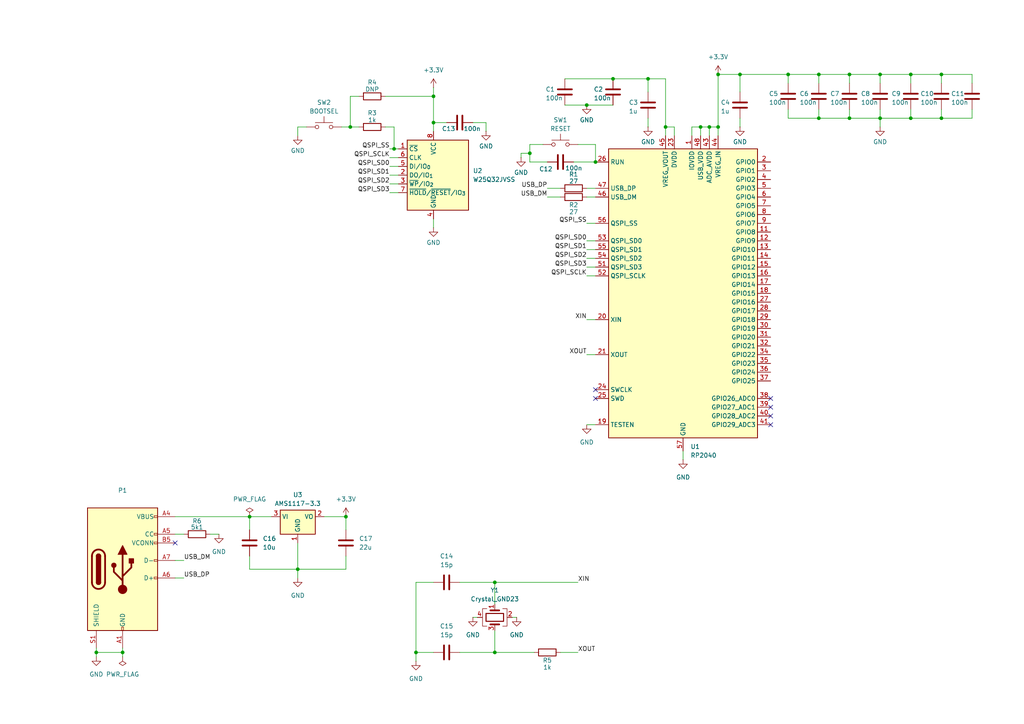
<source format=kicad_sch>
(kicad_sch (version 20250114) (generator "eeschema") (generator_version "9.0")
  (paper "A4")
  (lib_symbols
    (symbol "Connector:USB_C_Plug_USB2.0" (pin_names (offset 1.016))
      (property "Reference" "P" (at -10.16 19.05 0))
      (property "Value" "USB_C_Plug_USB2.0" (at 12.7 19.05 0))
      (symbol "USB_C_Plug_USB2.0_0_0"
        (rectangle (start -0.254 -17.78) (end 0.254 -16.764))
        (rectangle (start 10.16 15.494) (end 9.144 14.986))
        (rectangle (start 10.16 10.414) (end 9.144 9.906))
        (rectangle (start 10.16 7.874) (end 9.144 7.366))
        (rectangle (start 10.16 2.794) (end 9.144 2.286))
        (rectangle (start 10.16 -2.286) (end 9.144 -2.794))
      )
      (symbol "USB_C_Plug_USB2.0_0_1"
        (rectangle (start -10.16 17.78) (end 10.16 -17.78) (stroke (width 0.254)) (fill (type background)))
        (polyline (pts (xy -8.89 -3.81) (xy -8.89 3.81)) (stroke (width 0.508)))
        (rectangle (start -7.62 -3.81) (end -6.35 3.81) (stroke (width 0.254)) (fill (type outline)))
        (arc (start -7.62 3.81) (mid -6.985 4.4423) (end -6.35 3.81) (stroke (width 0.254)))
        (arc (start -7.62 3.81) (mid -6.985 4.4423) (end -6.35 3.81) (stroke (width 0.254)) (fill (type outline)))
        (arc (start -8.89 3.81) (mid -6.985 5.7067) (end -5.08 3.81) (stroke (width 0.508)))
        (arc (start -5.08 -3.81) (mid -6.985 -5.7067) (end -8.89 -3.81) (stroke (width 0.508)))
        (arc (start -6.35 -3.81) (mid -6.985 -4.4423) (end -7.62 -3.81) (stroke (width 0.254)))
        (arc (start -6.35 -3.81) (mid -6.985 -4.4423) (end -7.62 -3.81) (stroke (width 0.254)) (fill (type outline)))
        (polyline (pts (xy -5.08 3.81) (xy -5.08 -3.81)) (stroke (width 0.508)))
        (circle (center -2.54 1.143) (radius 0.635) (stroke (width 0.254)) (fill (type outline)))
        (polyline (pts (xy -1.27 4.318) (xy 0 6.858) (xy 1.27 4.318) (xy -1.27 4.318)) (stroke (width 0.254)) (fill (type outline)))
        (polyline (pts (xy 0 -2.032) (xy 2.54 0.508) (xy 2.54 1.778)) (stroke (width 0.508)))
        (polyline (pts (xy 0 -3.302) (xy -2.54 -0.762) (xy -2.54 0.508)) (stroke (width 0.508)))
        (polyline (pts (xy 0 -5.842) (xy 0 4.318)) (stroke (width 0.508)))
        (circle (center 0 -5.842) (radius 1.27) (fill (type outline)))
        (rectangle (start 1.905 1.778) (end 3.175 3.048) (stroke (width 0.254)) (fill (type outline)))
      )
      (symbol "USB_C_Plug_USB2.0_1_1"
        (pin passive line (at -7.62 -22.86 90) (length 5.08) (name "SHIELD") (number "S1"))
        (pin passive line (at 0 -22.86 90) (length 5.08) (name "GND") (number "A1"))
        (pin passive line (at 0 -22.86 90) (length 5.08) (hide yes) (name "GND") (number "A12"))
        (pin passive line (at 0 -22.86 90) (length 5.08) (hide yes) (name "GND") (number "B1"))
        (pin passive line (at 0 -22.86 90) (length 5.08) (hide yes) (name "GND") (number "B12"))
        (pin passive line (at 15.24 15.24 180) (length 5.08) (name "VBUS") (number "A4"))
        (pin passive line (at 15.24 15.24 180) (length 5.08) (hide yes) (name "VBUS") (number "A9"))
        (pin passive line (at 15.24 15.24 180) (length 5.08) (hide yes) (name "VBUS") (number "B4"))
        (pin passive line (at 15.24 15.24 180) (length 5.08) (hide yes) (name "VBUS") (number "B9"))
        (pin bidirectional line (at 15.24 10.16 180) (length 5.08) (name "CC") (number "A5"))
        (pin bidirectional line (at 15.24 7.62 180) (length 5.08) (name "VCONN") (number "B5"))
        (pin bidirectional line (at 15.24 2.54 180) (length 5.08) (name "D-") (number "A7"))
        (pin bidirectional line (at 15.24 -2.54 180) (length 5.08) (name "D+") (number "A6"))
      )
    )
    (symbol "Device:C" (pin_numbers (hide yes)) (pin_names (offset 0.254))
      (property "Reference" "C" (at 0.635 2.54 0))
      (property "Value" "C" (at 0.635 -2.54 0))
      (symbol "C_0_1"
        (polyline (pts (xy -2.032 0.762) (xy 2.032 0.762)) (stroke (width 0.508)))
        (polyline (pts (xy -2.032 -0.762) (xy 2.032 -0.762)) (stroke (width 0.508)))
      )
      (symbol "C_1_1"
        (pin passive line (at 0 3.81 270) (length 2.794) (name "~") (number "1"))
        (pin passive line (at 0 -3.81 90) (length 2.794) (name "~") (number "2"))
      )
    )
    (symbol "Device:Crystal_GND23" (pin_names (offset 1.016) (hide yes))
      (property "Reference" "Y1" (at 4.9532 -12.7 90))
      (property "Value" "Crystal_GND23" (at 2.4132 -12.7 90))
      (symbol "Crystal_GND23_0_1"
        (polyline (pts (xy -2.54 2.286) (xy -2.54 3.556) (xy 2.54 3.556) (xy 2.54 2.286)))
        (polyline (pts (xy -2.54 0) (xy -2.032 0)))
        (polyline (pts (xy -2.54 -2.286) (xy -2.54 -3.556) (xy 2.54 -3.556) (xy 2.54 -2.286)))
        (polyline (pts (xy -2.032 -1.27) (xy -2.032 1.27)) (stroke (width 0.508)))
        (rectangle (start -1.143 2.54) (end 1.143 -2.54) (stroke (width 0.3048)))
        (polyline (pts (xy 0 3.556) (xy 0 3.81)))
        (polyline (pts (xy 0 -3.81) (xy 0 -3.556)))
        (polyline (pts (xy 2.032 0) (xy 2.54 0)))
        (polyline (pts (xy 2.032 -1.27) (xy 2.032 1.27)) (stroke (width 0.508)))
      )
      (symbol "Crystal_GND23_1_1"
        (pin passive line (at -3.81 0 0) (length 1.27) (name "1") (number "1"))
        (pin passive line (at 0 5.08 270) (length 1.27) (name "2") (number "2"))
        (pin passive line (at 0 -5.08 90) (length 1.27) (name "4") (number "4"))
        (pin passive line (at 3.81 0 180) (length 1.27) (name "3") (number "3"))
      )
    )
    (symbol "Device:R" (pin_numbers (hide yes)) (pin_names (offset 0))
      (property "Reference" "R" (at 2.032 0 90))
      (property "Value" "R" (at 0 0 90))
      (symbol "R_0_1"
        (rectangle (start -1.016 -2.54) (end 1.016 2.54) (stroke (width 0.254)))
      )
      (symbol "R_1_1"
        (pin passive line (at 0 3.81 270) (length 1.27) (name "~") (number "1"))
        (pin passive line (at 0 -3.81 90) (length 1.27) (name "~") (number "2"))
      )
    )
    (symbol "MCU_RaspberryPi:RP2040"
      (property "Reference" "U" (at 17.78 45.72 0))
      (property "Value" "RP2040" (at 17.78 43.18 0))
      (symbol "RP2040_0_1"
        (rectangle (start -21.59 41.91) (end 21.59 -41.91) (stroke (width 0.254)) (fill (type background)))
      )
      (symbol "RP2040_1_1"
        (pin input line (at -25.4 38.1 0) (length 3.81) (name "RUN") (number "26"))
        (pin bidirectional line (at -25.4 30.48 0) (length 3.81) (name "USB_DP") (number "47"))
        (pin bidirectional line (at -25.4 27.94 0) (length 3.81) (name "USB_DM") (number "46"))
        (pin bidirectional line (at -25.4 20.32 0) (length 3.81) (name "QSPI_SS") (number "56"))
        (pin bidirectional line (at -25.4 15.24 0) (length 3.81) (name "QSPI_SD0") (number "53"))
        (pin bidirectional line (at -25.4 12.7 0) (length 3.81) (name "QSPI_SD1") (number "55"))
        (pin bidirectional line (at -25.4 10.16 0) (length 3.81) (name "QSPI_SD2") (number "54"))
        (pin bidirectional line (at -25.4 7.62 0) (length 3.81) (name "QSPI_SD3") (number "51"))
        (pin output line (at -25.4 5.08 0) (length 3.81) (name "QSPI_SCLK") (number "52"))
        (pin input line (at -25.4 -7.62 0) (length 3.81) (name "XIN") (number "20"))
        (pin passive line (at -25.4 -17.78 0) (length 3.81) (name "XOUT") (number "21"))
        (pin input line (at -25.4 -27.94 0) (length 3.81) (name "SWCLK") (number "24"))
        (pin bidirectional line (at -25.4 -30.48 0) (length 3.81) (name "SWD") (number "25"))
        (pin input line (at -25.4 -38.1 0) (length 3.81) (name "TESTEN") (number "19"))
        (pin power_out line (at -5.08 45.72 270) (length 3.81) (name "VREG_VOUT") (number "45"))
        (pin power_in line (at -2.54 45.72 270) (length 3.81) (name "DVDD") (number "23"))
        (pin passive line (at -2.54 45.72 270) (length 3.81) (hide yes) (name "DVDD") (number "50"))
        (pin power_in line (at 0 -45.72 90) (length 3.81) (name "GND") (number "57"))
        (pin power_in line (at 2.54 45.72 270) (length 3.81) (name "IOVDD") (number "1"))
        (pin passive line (at 2.54 45.72 270) (length 3.81) (hide yes) (name "IOVDD") (number "10"))
        (pin passive line (at 2.54 45.72 270) (length 3.81) (hide yes) (name "IOVDD") (number "22"))
        (pin passive line (at 2.54 45.72 270) (length 3.81) (hide yes) (name "IOVDD") (number "33"))
        (pin passive line (at 2.54 45.72 270) (length 3.81) (hide yes) (name "IOVDD") (number "42"))
        (pin passive line (at 2.54 45.72 270) (length 3.81) (hide yes) (name "IOVDD") (number "49"))
        (pin power_in line (at 5.08 45.72 270) (length 3.81) (name "USB_VDD") (number "48"))
        (pin power_in line (at 7.62 45.72 270) (length 3.81) (name "ADC_AVDD") (number "43"))
        (pin power_in line (at 10.16 45.72 270) (length 3.81) (name "VREG_IN") (number "44"))
        (pin bidirectional line (at 25.4 38.1 180) (length 3.81) (name "GPIO0") (number "2"))
        (pin bidirectional line (at 25.4 35.56 180) (length 3.81) (name "GPIO1") (number "3"))
        (pin bidirectional line (at 25.4 33.02 180) (length 3.81) (name "GPIO2") (number "4"))
        (pin bidirectional line (at 25.4 30.48 180) (length 3.81) (name "GPIO3") (number "5"))
        (pin bidirectional line (at 25.4 27.94 180) (length 3.81) (name "GPIO4") (number "6"))
        (pin bidirectional line (at 25.4 25.4 180) (length 3.81) (name "GPIO5") (number "7"))
        (pin bidirectional line (at 25.4 22.86 180) (length 3.81) (name "GPIO6") (number "8"))
        (pin bidirectional line (at 25.4 20.32 180) (length 3.81) (name "GPIO7") (number "9"))
        (pin bidirectional line (at 25.4 17.78 180) (length 3.81) (name "GPIO8") (number "11"))
        (pin bidirectional line (at 25.4 15.24 180) (length 3.81) (name "GPIO9") (number "12"))
        (pin bidirectional line (at 25.4 12.7 180) (length 3.81) (name "GPIO10") (number "13"))
        (pin bidirectional line (at 25.4 10.16 180) (length 3.81) (name "GPIO11") (number "14"))
        (pin bidirectional line (at 25.4 7.62 180) (length 3.81) (name "GPIO12") (number "15"))
        (pin bidirectional line (at 25.4 5.08 180) (length 3.81) (name "GPIO13") (number "16"))
        (pin bidirectional line (at 25.4 2.54 180) (length 3.81) (name "GPIO14") (number "17"))
        (pin bidirectional line (at 25.4 0 180) (length 3.81) (name "GPIO15") (number "18"))
        (pin bidirectional line (at 25.4 -2.54 180) (length 3.81) (name "GPIO16") (number "27"))
        (pin bidirectional line (at 25.4 -5.08 180) (length 3.81) (name "GPIO17") (number "28"))
        (pin bidirectional line (at 25.4 -7.62 180) (length 3.81) (name "GPIO18") (number "29"))
        (pin bidirectional line (at 25.4 -10.16 180) (length 3.81) (name "GPIO19") (number "30"))
        (pin bidirectional line (at 25.4 -12.7 180) (length 3.81) (name "GPIO20") (number "31"))
        (pin bidirectional line (at 25.4 -15.24 180) (length 3.81) (name "GPIO21") (number "32"))
        (pin bidirectional line (at 25.4 -17.78 180) (length 3.81) (name "GPIO22") (number "34"))
        (pin bidirectional line (at 25.4 -20.32 180) (length 3.81) (name "GPIO23") (number "35"))
        (pin bidirectional line (at 25.4 -22.86 180) (length 3.81) (name "GPIO24") (number "36"))
        (pin bidirectional line (at 25.4 -25.4 180) (length 3.81) (name "GPIO25") (number "37"))
        (pin bidirectional line (at 25.4 -30.48 180) (length 3.81) (name "GPIO26_ADC0") (number "38"))
        (pin bidirectional line (at 25.4 -33.02 180) (length 3.81) (name "GPIO27_ADC1") (number "39"))
        (pin bidirectional line (at 25.4 -35.56 180) (length 3.81) (name "GPIO28_ADC2") (number "40"))
        (pin bidirectional line (at 25.4 -38.1 180) (length 3.81) (name "GPIO29_ADC3") (number "41"))
      )
    )
    (symbol "Memory_Flash:W25Q32JVSS"
      (property "Reference" "U" (at -6.35 11.43 0))
      (property "Value" "W25Q32JVSS" (at 7.62 11.43 0))
      (symbol "W25Q32JVSS_0_1"
        (rectangle (start -7.62 10.16) (end 10.16 -10.16) (stroke (width 0.254)) (fill (type background)))
      )
      (symbol "W25Q32JVSS_1_1"
        (pin input line (at -10.16 7.62 0) (length 2.54) (name "~{CS}") (number "1"))
        (pin input line (at -10.16 5.08 0) (length 2.54) (name "CLK") (number "6"))
        (pin bidirectional line (at -10.16 2.54 0) (length 2.54) (name "DI/IO_{0}") (number "5"))
        (pin bidirectional line (at -10.16 0 0) (length 2.54) (name "DO/IO_{1}") (number "2"))
        (pin bidirectional line (at -10.16 -2.54 0) (length 2.54) (name "~{WP}/IO_{2}") (number "3"))
        (pin bidirectional line (at -10.16 -5.08 0) (length 2.54) (name "~{HOLD}/~{RESET}/IO_{3}") (number "7"))
        (pin power_in line (at 0 12.7 270) (length 2.54) (name "VCC") (number "8"))
        (pin power_in line (at 0 -12.7 90) (length 2.54) (name "GND") (number "4"))
      )
    )
    (symbol "Regulator_Linear:AMS1117-3.3"
      (property "Reference" "U" (at -3.81 3.175 0))
      (property "Value" "AMS1117-3.3" (at 0 3.175 0))
      (symbol "AMS1117-3.3_0_1"
        (rectangle (start -5.08 -5.08) (end 5.08 1.905) (stroke (width 0.254)) (fill (type background)))
      )
      (symbol "AMS1117-3.3_1_1"
        (pin power_in line (at -7.62 0 0) (length 2.54) (name "VI") (number "3"))
        (pin power_in line (at 0 -7.62 90) (length 2.54) (name "GND") (number "1"))
        (pin power_out line (at 7.62 0 180) (length 2.54) (name "VO") (number "2"))
      )
    )
    (symbol "Switch:SW_Push" (pin_numbers (hide yes)) (pin_names (offset 1.016) (hide yes))
      (property "Reference" "SW" (at 1.27 2.54 0))
      (property "Value" "SW_Push" (at 0 -1.524 0))
      (symbol "SW_Push_0_1"
        (circle (center -2.032 0) (radius 0.508))
        (polyline (pts (xy 0 1.27) (xy 0 3.048)))
        (circle (center 2.032 0) (radius 0.508))
        (polyline (pts (xy 2.54 1.27) (xy -2.54 1.27)))
        (pin passive line (at -5.08 0 0) (length 2.54) (name "1") (number "1"))
        (pin passive line (at 5.08 0 180) (length 2.54) (name "2") (number "2"))
      )
    )
    (symbol "power:+3.3V" (power) (pin_numbers (hide yes)) (pin_names (offset 0) (hide yes))
      (property "Value" "+3.3V" (at 0 3.556 0))
      (symbol "+3.3V_0_1"
        (polyline (pts (xy -0.762 1.27) (xy 0 2.54)))
        (polyline (pts (xy 0 2.54) (xy 0.762 1.27)))
        (polyline (pts (xy 0 0) (xy 0 2.54)))
      )
      (symbol "+3.3V_1_1"
        (pin power_in line (at 0 0 90) (length 0) (name "~") (number "1"))
      )
    )
    (symbol "power:GND" (power) (pin_numbers (hide yes)) (pin_names (offset 0) (hide yes))
      (property "Value" "GND" (at 0 -3.81 0))
      (symbol "GND_0_1"
        (polyline (pts (xy 0 0) (xy 0 -1.27) (xy 1.27 -1.27) (xy 0 -2.54) (xy -1.27 -1.27) (xy 0 -1.27)))
      )
      (symbol "GND_1_1"
        (pin power_in line (at 0 0 270) (length 0) (name "~") (number "1"))
      )
    )
    (symbol "power:PWR_FLAG" (power) (pin_numbers (hide yes)) (pin_names (offset 0) (hide yes))
      (property "Value" "PWR_FLAG" (at 0 3.81 0))
      (symbol "PWR_FLAG_0_0"
        (pin power_out line (at 0 0 90) (length 0) (name "~") (number "1"))
      )
      (symbol "PWR_FLAG_0_1"
        (polyline (pts (xy 0 0) (xy 0 1.27) (xy -1.016 1.905) (xy 0 2.54) (xy 1.016 1.905) (xy 0 1.27)))
      )
    )
  )
  (junction (at 177.8 22.86))
  (junction (at 143.51 168.91))
  (junction (at 143.51 189.23))
  (junction (at 264.16 34.29))
  (junction (at 35.56 189.23))
  (junction (at 255.27 34.29))
  (junction (at 120.65 189.23))
  (junction (at 203.2 36.83))
  (junction (at 246.38 34.29))
  (junction (at 101.6 36.83))
  (junction (at 170.18 30.48))
  (junction (at 125.73 35.56))
  (junction (at 205.74 36.83))
  (junction (at 187.96 22.86))
  (junction (at 100.33 149.86))
  (junction (at 125.73 27.94))
  (junction (at 228.6 21.59))
  (junction (at 153.67 44.45))
  (junction (at 114.3 43.18))
  (junction (at 237.49 34.29))
  (junction (at 237.49 21.59))
  (junction (at 273.05 34.29))
  (junction (at 72.39 149.86))
  (junction (at 214.63 21.59))
  (junction (at 208.28 36.83))
  (junction (at 255.27 21.59))
  (junction (at 172.72 46.99))
  (junction (at 264.16 21.59))
  (junction (at 208.28 21.59))
  (junction (at 273.05 21.59))
  (junction (at 193.04 36.83))
  (junction (at 27.94 189.23))
  (junction (at 86.36 165.1))
  (junction (at 246.38 21.59))
  (no_connect (at 223.52 115.57))
  (no_connect (at 172.72 113.03))
  (no_connect (at 50.8 157.48))
  (no_connect (at 223.52 120.65))
  (no_connect (at 223.52 123.19))
  (no_connect (at 172.72 115.57))
  (no_connect (at 223.52 118.11))
  (wire (pts (xy 133.35 189.23) (xy 143.51 189.23)))
  (wire (pts (xy 125.73 35.56) (xy 125.73 38.1)))
  (wire (pts (xy 214.63 21.59) (xy 208.28 21.59)))
  (wire (pts (xy 264.16 31.75) (xy 264.16 34.29)))
  (wire (pts (xy 255.27 21.59) (xy 264.16 21.59)))
  (wire (pts (xy 237.49 24.13) (xy 237.49 21.59)))
  (wire (pts (xy 93.98 149.86) (xy 100.33 149.86)))
  (wire (pts (xy 281.94 31.75) (xy 281.94 34.29)))
  (wire (pts (xy 187.96 22.86) (xy 177.8 22.86)))
  (wire (pts (xy 120.65 191.77) (xy 120.65 189.23)))
  (wire (pts (xy 167.64 41.91) (xy 172.72 41.91)))
  (wire (pts (xy 113.03 48.26) (xy 115.57 48.26)))
  (wire (pts (xy 151.13 44.45) (xy 153.67 44.45)))
  (wire (pts (xy 100.33 165.1) (xy 86.36 165.1)))
  (wire (pts (xy 170.18 92.71) (xy 172.72 92.71)))
  (wire (pts (xy 170.18 102.87) (xy 172.72 102.87)))
  (wire (pts (xy 114.3 36.83) (xy 114.3 43.18)))
  (wire (pts (xy 104.14 27.94) (xy 101.6 27.94)))
  (wire (pts (xy 195.58 36.83) (xy 193.04 36.83)))
  (wire (pts (xy 246.38 24.13) (xy 246.38 21.59)))
  (wire (pts (xy 200.66 39.37) (xy 200.66 36.83)))
  (wire (pts (xy 143.51 189.23) (xy 154.94 189.23)))
  (wire (pts (xy 163.83 30.48) (xy 170.18 30.48)))
  (wire (pts (xy 214.63 34.29) (xy 214.63 36.83)))
  (wire (pts (xy 158.75 57.15) (xy 162.56 57.15)))
  (wire (pts (xy 264.16 24.13) (xy 264.16 21.59)))
  (wire (pts (xy 193.04 36.83) (xy 193.04 39.37)))
  (wire (pts (xy 140.97 38.1) (xy 140.97 35.56)))
  (wire (pts (xy 113.03 55.88) (xy 115.57 55.88)))
  (wire (pts (xy 86.36 165.1) (xy 86.36 167.64)))
  (wire (pts (xy 50.8 167.64) (xy 53.34 167.64)))
  (wire (pts (xy 86.36 36.83) (xy 86.36 39.37)))
  (wire (pts (xy 153.67 41.91) (xy 153.67 44.45)))
  (wire (pts (xy 264.16 21.59) (xy 273.05 21.59)))
  (wire (pts (xy 273.05 21.59) (xy 273.05 24.13)))
  (wire (pts (xy 50.8 154.94) (xy 53.34 154.94)))
  (wire (pts (xy 148.59 179.07) (xy 149.86 179.07)))
  (wire (pts (xy 170.18 54.61) (xy 172.72 54.61)))
  (wire (pts (xy 237.49 34.29) (xy 237.49 31.75)))
  (wire (pts (xy 246.38 21.59) (xy 255.27 21.59)))
  (wire (pts (xy 228.6 34.29) (xy 237.49 34.29)))
  (wire (pts (xy 170.18 64.77) (xy 172.72 64.77)))
  (wire (pts (xy 208.28 21.59) (xy 208.28 36.83)))
  (wire (pts (xy 125.73 25.4) (xy 125.73 27.94)))
  (wire (pts (xy 187.96 22.86) (xy 187.96 26.67)))
  (wire (pts (xy 158.75 46.99) (xy 153.67 46.99)))
  (wire (pts (xy 264.16 34.29) (xy 273.05 34.29)))
  (wire (pts (xy 99.06 36.83) (xy 101.6 36.83)))
  (wire (pts (xy 255.27 24.13) (xy 255.27 21.59)))
  (wire (pts (xy 228.6 21.59) (xy 237.49 21.59)))
  (wire (pts (xy 101.6 36.83) (xy 104.14 36.83)))
  (wire (pts (xy 237.49 21.59) (xy 246.38 21.59)))
  (wire (pts (xy 195.58 39.37) (xy 195.58 36.83)))
  (wire (pts (xy 27.94 190.5) (xy 27.94 189.23)))
  (wire (pts (xy 170.18 69.85) (xy 172.72 69.85)))
  (wire (pts (xy 27.94 189.23) (xy 27.94 187.96)))
  (wire (pts (xy 133.35 168.91) (xy 143.51 168.91)))
  (wire (pts (xy 72.39 149.86) (xy 78.74 149.86)))
  (wire (pts (xy 35.56 190.5) (xy 35.56 189.23)))
  (wire (pts (xy 246.38 31.75) (xy 246.38 34.29)))
  (wire (pts (xy 281.94 24.13) (xy 281.94 21.59)))
  (wire (pts (xy 125.73 27.94) (xy 125.73 35.56)))
  (wire (pts (xy 172.72 41.91) (xy 172.72 46.99)))
  (wire (pts (xy 111.76 36.83) (xy 114.3 36.83)))
  (wire (pts (xy 153.67 44.45) (xy 153.67 46.99)))
  (wire (pts (xy 120.65 189.23) (xy 125.73 189.23)))
  (wire (pts (xy 72.39 161.29) (xy 72.39 165.1)))
  (wire (pts (xy 113.03 50.8) (xy 115.57 50.8)))
  (wire (pts (xy 125.73 63.5) (xy 125.73 66.04)))
  (wire (pts (xy 86.36 165.1) (xy 86.36 157.48)))
  (wire (pts (xy 143.51 168.91) (xy 143.51 175.26)))
  (wire (pts (xy 114.3 43.18) (xy 115.57 43.18)))
  (wire (pts (xy 88.9 36.83) (xy 86.36 36.83)))
  (wire (pts (xy 140.97 35.56) (xy 137.16 35.56)))
  (wire (pts (xy 200.66 36.83) (xy 203.2 36.83)))
  (wire (pts (xy 72.39 149.86) (xy 72.39 153.67)))
  (wire (pts (xy 143.51 168.91) (xy 167.64 168.91)))
  (wire (pts (xy 50.8 162.56) (xy 53.34 162.56)))
  (wire (pts (xy 72.39 165.1) (xy 86.36 165.1)))
  (wire (pts (xy 166.37 46.99) (xy 172.72 46.99)))
  (wire (pts (xy 100.33 161.29) (xy 100.33 165.1)))
  (wire (pts (xy 120.65 168.91) (xy 125.73 168.91)))
  (wire (pts (xy 113.03 43.18) (xy 114.3 43.18)))
  (wire (pts (xy 170.18 72.39) (xy 172.72 72.39)))
  (wire (pts (xy 273.05 31.75) (xy 273.05 34.29)))
  (wire (pts (xy 170.18 77.47) (xy 172.72 77.47)))
  (wire (pts (xy 137.16 179.07) (xy 138.43 179.07)))
  (wire (pts (xy 187.96 34.29) (xy 187.96 36.83)))
  (wire (pts (xy 214.63 21.59) (xy 214.63 26.67)))
  (wire (pts (xy 214.63 21.59) (xy 228.6 21.59)))
  (wire (pts (xy 170.18 57.15) (xy 172.72 57.15)))
  (wire (pts (xy 101.6 27.94) (xy 101.6 36.83)))
  (wire (pts (xy 246.38 34.29) (xy 237.49 34.29)))
  (wire (pts (xy 170.18 80.01) (xy 172.72 80.01)))
  (wire (pts (xy 50.8 149.86) (xy 72.39 149.86)))
  (wire (pts (xy 208.28 39.37) (xy 208.28 36.83)))
  (wire (pts (xy 255.27 34.29) (xy 246.38 34.29)))
  (wire (pts (xy 113.03 45.72) (xy 115.57 45.72)))
  (wire (pts (xy 198.12 133.35) (xy 198.12 130.81)))
  (wire (pts (xy 163.83 22.86) (xy 177.8 22.86)))
  (wire (pts (xy 151.13 44.45) (xy 151.13 45.72)))
  (wire (pts (xy 281.94 21.59) (xy 273.05 21.59)))
  (wire (pts (xy 255.27 31.75) (xy 255.27 34.29)))
  (wire (pts (xy 113.03 53.34) (xy 115.57 53.34)))
  (wire (pts (xy 228.6 31.75) (xy 228.6 34.29)))
  (wire (pts (xy 125.73 35.56) (xy 129.54 35.56)))
  (wire (pts (xy 228.6 24.13) (xy 228.6 21.59)))
  (wire (pts (xy 120.65 168.91) (xy 120.65 189.23)))
  (wire (pts (xy 162.56 189.23) (xy 167.64 189.23)))
  (wire (pts (xy 205.74 39.37) (xy 205.74 36.83)))
  (wire (pts (xy 158.75 54.61) (xy 162.56 54.61)))
  (wire (pts (xy 203.2 36.83) (xy 203.2 39.37)))
  (wire (pts (xy 111.76 27.94) (xy 125.73 27.94)))
  (wire (pts (xy 60.96 154.94) (xy 63.5 154.94)))
  (wire (pts (xy 193.04 22.86) (xy 193.04 36.83)))
  (wire (pts (xy 100.33 149.86) (xy 100.33 153.67)))
  (wire (pts (xy 264.16 34.29) (xy 255.27 34.29)))
  (wire (pts (xy 143.51 182.88) (xy 143.51 189.23)))
  (wire (pts (xy 35.56 189.23) (xy 35.56 187.96)))
  (wire (pts (xy 187.96 22.86) (xy 193.04 22.86)))
  (wire (pts (xy 153.67 41.91) (xy 157.48 41.91)))
  (wire (pts (xy 205.74 36.83) (xy 203.2 36.83)))
  (wire (pts (xy 208.28 36.83) (xy 205.74 36.83)))
  (wire (pts (xy 170.18 74.93) (xy 172.72 74.93)))
  (wire (pts (xy 170.18 123.19) (xy 172.72 123.19)))
  (wire (pts (xy 273.05 34.29) (xy 281.94 34.29)))
  (wire (pts (xy 27.94 189.23) (xy 35.56 189.23)))
  (wire (pts (xy 255.27 34.29) (xy 255.27 36.83)))
  (wire (pts (xy 170.18 30.48) (xy 177.8 30.48)))
  (label "USB_DP" (at 158.75 54.61 180))
  (label "QSPI_SD3" (at 113.03 55.88 180))
  (label "XIN" (at 170.18 92.71 180))
  (label "XOUT" (at 170.18 102.87 180))
  (label "USB_DP" (at 53.34 167.64 0))
  (label "USB_DM" (at 53.34 162.56 0))
  (label "QSPI_SD0" (at 113.03 48.26 180))
  (label "QSPI_SS" (at 170.18 64.77 180))
  (label "QSPI_SD2" (at 113.03 53.34 180))
  (label "QSPI_SD1" (at 113.03 50.8 180))
  (label "QSPI_SD2" (at 170.18 74.93 180))
  (label "QSPI_SCLK" (at 113.03 45.72 180))
  (label "QSPI_SD0" (at 170.18 69.85 180))
  (label "XOUT" (at 167.64 189.23 0))
  (label "XIN" (at 167.64 168.91 0))
  (label "QSPI_SS" (at 113.03 43.18 180))
  (label "QSPI_SD1" (at 170.18 72.39 180))
  (label "USB_DM" (at 158.75 57.15 180))
  (label "QSPI_SCLK" (at 170.18 80.01 180))
  (label "QSPI_SD3" (at 170.18 77.47 180))
  (symbol (lib_id "power:GND") (at 149.86 179.07 0) (unit 1)
    (property "Reference" "#PWR04" (effects (hide yes)))
    (property "Value" "GND" (at 149.86 184.15 0))
    (property "Description" "Power symbol creates a global label with name \"GND\" , ground" (effects (hide yes)))
  )
  (symbol (lib_id "power:GND") (at 140.97 38.1 0) (unit 1)
    (property "Reference" "#PWR017" (effects (hide yes)))
    (property "Value" "GND" (at 140.97 42.418 0))
    (property "Description" "Power symbol creates a global label with name \"GND\" , ground" (effects (hide yes)))
  )
  (symbol (lib_id "power:GND") (at 27.94 190.5 0) (unit 1)
    (property "Reference" "#PWR06" (effects (hide yes)))
    (property "Value" "GND" (at 27.94 195.58 0))
    (property "Description" "Power symbol creates a global label with name \"GND\" , ground" (effects (hide yes)))
  )
  (symbol (lib_id "Device:R") (at 166.37 54.61 90) (unit 1)
    (property "Reference" "R1" (at 166.37 50.546 90))
    (property "Value" "27" (at 166.37 52.578 90))
    (property "Footprint" "Resistor_SMD:R_0603_1608Metric" (effects (hide yes)))
    (property "Description" "Resistor" (effects (hide yes)))
  )
  (symbol (lib_id "power:GND") (at 86.36 39.37 0) (unit 1)
    (property "Reference" "#PWR016" (effects (hide yes)))
    (property "Value" "GND" (at 86.36 43.688 0))
    (property "Description" "Power symbol creates a global label with name \"GND\" , ground" (effects (hide yes)))
  )
  (symbol (lib_id "Device:C") (at 255.27 27.94 180) (unit 1)
    (property "Reference" "C8" (at 249.682 27.178 0) (effects (justify right)))
    (property "Value" "100n" (at 249.682 29.718 0) (effects (justify right)))
    (property "Footprint" "Capacitor_SMD:C_0603_1608Metric" (effects (hide yes)))
    (property "Description" "Unpolarized capacitor" (effects (hide yes)))
  )
  (symbol (lib_id "power:GND") (at 86.36 167.64 0) (unit 1)
    (property "Reference" "#PWR018" (effects (hide yes)))
    (property "Value" "GND" (at 86.36 172.72 0))
    (property "Description" "Power symbol creates a global label with name \"GND\" , ground" (effects (hide yes)))
  )
  (symbol (lib_id "power:GND") (at 187.96 36.83 0) (unit 1)
    (property "Reference" "#PWR09" (effects (hide yes)))
    (property "Value" "GND" (at 187.96 41.148 0))
    (property "Description" "Power symbol creates a global label with name \"GND\" , ground" (effects (hide yes)))
  )
  (symbol (lib_id "Device:R") (at 107.95 27.94 90) (unit 1)
    (property "Reference" "R4" (at 107.95 23.876 90))
    (property "Value" "DNP" (at 107.95 25.908 90))
    (property "Footprint" "Resistor_THT:R_Axial_DIN0207_L6.3mm_D2.5mm_P7.62mm_Horizontal" (effects (hide yes)))
    (property "Description" "Resistor" (effects (hide yes)))
  )
  (symbol (lib_id "power:GND") (at 120.65 191.77 0) (unit 1)
    (property "Reference" "#PWR05" (effects (hide yes)))
    (property "Value" "GND" (at 120.65 196.85 0))
    (property "Description" "Power symbol creates a global label with name \"GND\" , ground" (effects (hide yes)))
  )
  (symbol (lib_id "Device:R") (at 57.15 154.94 90) (unit 1)
    (property "Reference" "R6" (at 57.15 151.13 90))
    (property "Value" "5k1" (at 57.15 152.908 90))
    (property "Footprint" "Resistor_SMD:R_0603_1608Metric" (effects (hide yes)))
    (property "Description" "Resistor" (effects (hide yes)))
  )
  (symbol (lib_id "Device:C") (at 162.56 46.99 270) (unit 1)
    (property "Reference" "C12" (at 160.274 49.022 90) (effects (justify right)))
    (property "Value" "100n" (at 168.91 48.768 90) (effects (justify right)))
    (property "Footprint" "Capacitor_SMD:C_0603_1608Metric" (effects (hide yes)))
    (property "Description" "Unpolarized capacitor" (effects (hide yes)))
  )
  (symbol (lib_id "Connector:USB_C_Plug_USB2.0") (at 35.56 165.1 0) (unit 1)
    (property "Reference" "P1" (at 35.56 142.24 0))
    (property "Value" "USB_C_Plug_USB2.0" (effects (hide yes)))
    (property "Footprint" "Connector_USB:USB_C_Receptacle_GCT_USB4135-GF-A_6P_TopMnt_Horizontal" (effects (hide yes)))
    (property "Datasheet" "https://www.usb.org/sites/default/files/documents/usb_type-c.zip" (effects (hide yes)))
    (property "Description" "USB 2.0-only Type-C Plug connector" (effects (hide yes)))
  )
  (symbol (lib_id "Device:C") (at 100.33 157.48 180) (unit 1)
    (property "Reference" "C17" (at 104.14 156.2099 0) (effects (justify right)))
    (property "Value" "22u" (at 104.14 158.7499 0) (effects (justify right)))
    (property "Footprint" "Capacitor_SMD:C_0603_1608Metric" (effects (hide yes)))
    (property "Description" "Unpolarized capacitor" (effects (hide yes)))
  )
  (symbol (lib_id "power:GND") (at 170.18 30.48 0) (unit 1)
    (property "Reference" "#PWR010" (effects (hide yes)))
    (property "Value" "GND" (at 170.18 34.798 0))
    (property "Description" "Power symbol creates a global label with name \"GND\" , ground" (effects (hide yes)))
  )
  (symbol (lib_id "Device:C") (at 177.8 26.67 180) (unit 1)
    (property "Reference" "C2" (at 172.212 25.908 0) (effects (justify right)))
    (property "Value" "100n" (at 172.212 28.448 0) (effects (justify right)))
    (property "Footprint" "Capacitor_SMD:C_0603_1608Metric" (effects (hide yes)))
    (property "Description" "Unpolarized capacitor" (effects (hide yes)))
  )
  (symbol (lib_id "power:GND") (at 170.18 123.19 0) (unit 1)
    (property "Reference" "#PWR02" (effects (hide yes)))
    (property "Value" "GND" (at 170.18 128.27 0))
    (property "Description" "Power symbol creates a global label with name \"GND\" , ground" (effects (hide yes)))
  )
  (symbol (lib_id "power:GND") (at 125.73 66.04 0) (unit 1)
    (property "Reference" "#PWR013" (effects (hide yes)))
    (property "Value" "GND" (at 125.73 70.358 0))
    (property "Description" "Power symbol creates a global label with name \"GND\" , ground" (effects (hide yes)))
  )
  (symbol (lib_id "Switch:SW_Push") (at 162.56 41.91 0) (unit 1)
    (property "Reference" "SW1" (at 162.56 34.798 0))
    (property "Value" "RESET" (at 162.56 37.338 0))
    (property "Footprint" "Button_Switch_SMD:SW_SPST_TS-1088-xR020" (effects (hide yes)))
    (property "Description" "Push button switch, generic, two pins" (effects (hide yes)))
  )
  (symbol (lib_id "Device:C") (at 129.54 168.91 270) (unit 1)
    (property "Reference" "C14" (at 129.54 161.29 90))
    (property "Value" "15p" (at 129.54 163.83 90))
    (property "Footprint" "Capacitor_SMD:C_0603_1608Metric" (effects (hide yes)))
    (property "Description" "Unpolarized capacitor" (effects (hide yes)))
  )
  (symbol (lib_id "power:+3.3V") (at 208.28 21.59 0) (unit 1)
    (property "Reference" "#PWR014" (effects (hide yes)))
    (property "Value" "+3.3V" (at 208.28 16.51 0))
    (property "Description" "Power symbol creates a global label with name \"+3.3V\"" (effects (hide yes)))
  )
  (symbol (lib_id "power:+3.3V") (at 100.33 149.86 0) (unit 1)
    (property "Reference" "#PWR019" (effects (hide yes)))
    (property "Value" "+3.3V" (at 100.33 144.78 0))
    (property "Description" "Power symbol creates a global label with name \"+3.3V\"" (effects (hide yes)))
  )
  (symbol (lib_id "Regulator_Linear:AMS1117-3.3") (at 86.36 149.86 0) (unit 1)
    (property "Reference" "U3" (at 86.36 143.51 0))
    (property "Value" "AMS1117-3.3" (at 86.36 146.05 0))
    (property "Footprint" "Package_TO_SOT_SMD:SOT-223-3_TabPin2" (effects (hide yes)))
    (property "Datasheet" "http://www.advanced-monolithic.com/pdf/ds1117.pdf" (effects (hide yes)))
    (property "Description" "1A Low Dropout regulator, positive, 3.3V fixed output, SOT-223" (effects (hide yes)))
  )
  (symbol (lib_id "Device:C") (at 72.39 157.48 180) (unit 1)
    (property "Reference" "C16" (at 76.2 156.2099 0) (effects (justify right)))
    (property "Value" "10u" (at 76.2 158.7499 0) (effects (justify right)))
    (property "Footprint" "Capacitor_SMD:C_0603_1608Metric" (effects (hide yes)))
    (property "Description" "Unpolarized capacitor" (effects (hide yes)))
  )
  (symbol (lib_id "power:GND") (at 63.5 154.94 0) (unit 1)
    (property "Reference" "#PWR07" (effects (hide yes)))
    (property "Value" "GND" (at 63.5 160.02 0))
    (property "Description" "Power symbol creates a global label with name \"GND\" , ground" (effects (hide yes)))
  )
  (symbol (lib_id "Device:R") (at 158.75 189.23 90) (unit 1)
    (property "Reference" "R5" (at 158.75 191.516 90))
    (property "Value" "1k" (at 158.75 193.548 90))
    (property "Footprint" "Resistor_SMD:R_0603_1608Metric" (effects (hide yes)))
    (property "Description" "Resistor" (effects (hide yes)))
  )
  (symbol (lib_id "Device:C") (at 273.05 27.94 180) (unit 1)
    (property "Reference" "C10" (at 266.954 27.178 0) (effects (justify right)))
    (property "Value" "100n" (at 266.954 29.718 0) (effects (justify right)))
    (property "Footprint" "Capacitor_SMD:C_0603_1608Metric" (effects (hide yes)))
    (property "Description" "Unpolarized capacitor" (effects (hide yes)))
  )
  (symbol (lib_id "Device:C") (at 129.54 189.23 270) (unit 1)
    (property "Reference" "C15" (at 129.54 181.61 90))
    (property "Value" "15p" (at 129.54 184.15 90))
    (property "Footprint" "Capacitor_SMD:C_0603_1608Metric" (effects (hide yes)))
    (property "Description" "Unpolarized capacitor" (effects (hide yes)))
  )
  (symbol (lib_id "Device:C") (at 264.16 27.94 180) (unit 1)
    (property "Reference" "C9" (at 258.572 27.178 0) (effects (justify right)))
    (property "Value" "100n" (at 258.572 29.718 0) (effects (justify right)))
    (property "Footprint" "Capacitor_SMD:C_0603_1608Metric" (effects (hide yes)))
    (property "Description" "Unpolarized capacitor" (effects (hide yes)))
  )
  (symbol (lib_id "power:GND") (at 198.12 133.35 0) (unit 1)
    (property "Reference" "#PWR01" (effects (hide yes)))
    (property "Value" "GND" (at 198.12 138.43 0))
    (property "Description" "Power symbol creates a global label with name \"GND\" , ground" (effects (hide yes)))
  )
  (symbol (lib_id "power:GND") (at 255.27 36.83 0) (unit 1)
    (property "Reference" "#PWR012" (effects (hide yes)))
    (property "Value" "GND" (at 255.27 41.148 0))
    (property "Description" "Power symbol creates a global label with name \"GND\" , ground" (effects (hide yes)))
  )
  (symbol (lib_id "power:PWR_FLAG") (at 35.56 190.5 180) (unit 1)
    (property "Reference" "#FLG02" (effects (hide yes)))
    (property "Value" "PWR_FLAG" (at 35.56 195.58 0))
    (property "Description" "Special symbol for telling ERC where power comes from" (effects (hide yes)))
  )
  (symbol (lib_id "Device:C") (at 228.6 27.94 180) (unit 1)
    (property "Reference" "C5" (at 223.012 27.178 0) (effects (justify right)))
    (property "Value" "100n" (at 223.012 29.718 0) (effects (justify right)))
    (property "Footprint" "Capacitor_SMD:C_0603_1608Metric" (effects (hide yes)))
    (property "Description" "Unpolarized capacitor" (effects (hide yes)))
  )
  (symbol (lib_id "power:GND") (at 214.63 36.83 0) (unit 1)
    (property "Reference" "#PWR011" (effects (hide yes)))
    (property "Value" "GND" (at 214.63 41.148 0))
    (property "Description" "Power symbol creates a global label with name \"GND\" , ground" (effects (hide yes)))
  )
  (symbol (lib_id "Device:C") (at 163.83 26.67 180) (unit 1)
    (property "Reference" "C1" (at 158.242 25.908 0) (effects (justify right)))
    (property "Value" "100n" (at 158.242 28.448 0) (effects (justify right)))
    (property "Footprint" "Capacitor_SMD:C_0603_1608Metric" (effects (hide yes)))
    (property "Description" "Unpolarized capacitor" (effects (hide yes)))
  )
  (symbol (lib_id "Device:C") (at 281.94 27.94 180) (unit 1)
    (property "Reference" "C11" (at 275.844 27.178 0) (effects (justify right)))
    (property "Value" "100n" (at 275.844 29.718 0) (effects (justify right)))
    (property "Footprint" "Capacitor_SMD:C_0603_1608Metric" (effects (hide yes)))
    (property "Description" "Unpolarized capacitor" (effects (hide yes)))
  )
  (symbol (lib_id "Device:C") (at 133.35 35.56 270) (unit 1)
    (property "Reference" "C13" (at 132.08 37.338 90) (effects (justify right)))
    (property "Value" "100n" (at 139.446 37.338 90) (effects (justify right)))
    (property "Footprint" "Capacitor_SMD:C_0603_1608Metric" (effects (hide yes)))
    (property "Description" "Unpolarized capacitor" (effects (hide yes)))
  )
  (symbol (lib_id "Switch:SW_Push") (at 93.98 36.83 0) (unit 1)
    (property "Reference" "SW2" (at 93.98 29.718 0))
    (property "Value" "BOOTSEL" (at 93.98 32.258 0))
    (property "Footprint" "Button_Switch_SMD:SW_SPST_TS-1088-xR020" (effects (hide yes)))
    (property "Description" "Push button switch, generic, two pins" (effects (hide yes)))
  )
  (symbol (lib_id "Device:C") (at 246.38 27.94 180) (unit 1)
    (property "Reference" "C7" (at 240.792 27.178 0) (effects (justify right)))
    (property "Value" "100n" (at 240.792 29.718 0) (effects (justify right)))
    (property "Footprint" "Capacitor_SMD:C_0603_1608Metric" (effects (hide yes)))
    (property "Description" "Unpolarized capacitor" (effects (hide yes)))
  )
  (symbol (lib_id "Device:C") (at 237.49 27.94 180) (unit 1)
    (property "Reference" "C6" (at 231.902 27.178 0) (effects (justify right)))
    (property "Value" "100n" (at 231.902 29.718 0) (effects (justify right)))
    (property "Footprint" "Capacitor_SMD:C_0603_1608Metric" (effects (hide yes)))
    (property "Description" "Unpolarized capacitor" (effects (hide yes)))
  )
  (symbol (lib_id "Device:C") (at 187.96 30.48 180) (unit 1)
    (property "Reference" "C3" (at 182.372 29.718 0) (effects (justify right)))
    (property "Value" "1u" (at 182.372 32.258 0) (effects (justify right)))
    (property "Footprint" "Capacitor_SMD:C_0603_1608Metric" (effects (hide yes)))
    (property "Description" "Unpolarized capacitor" (effects (hide yes)))
  )
  (symbol (lib_id "Device:C") (at 214.63 30.48 180) (unit 1)
    (property "Reference" "C4" (at 209.042 29.718 0) (effects (justify right)))
    (property "Value" "1u" (at 209.042 32.258 0) (effects (justify right)))
    (property "Footprint" "Capacitor_SMD:C_0603_1608Metric" (effects (hide yes)))
    (property "Description" "Unpolarized capacitor" (effects (hide yes)))
  )
  (symbol (lib_id "power:GND") (at 151.13 45.72 0) (unit 1)
    (property "Reference" "#PWR08" (effects (hide yes)))
    (property "Value" "GND" (at 151.13 50.038 0))
    (property "Description" "Power symbol creates a global label with name \"GND\" , ground" (effects (hide yes)))
  )
  (symbol (lib_id "Device:R") (at 166.37 57.15 90) (unit 1)
    (property "Reference" "R2" (at 166.37 59.436 90))
    (property "Value" "27" (at 166.37 61.468 90))
    (property "Footprint" "Resistor_SMD:R_0603_1608Metric" (effects (hide yes)))
    (property "Description" "Resistor" (effects (hide yes)))
  )
  (symbol (lib_id "MCU_RaspberryPi:RP2040") (at 198.12 85.09 0) (unit 1)
    (property "Reference" "U1" (at 200.2633 129.54 0) (effects (justify left)))
    (property "Value" "RP2040" (at 200.2633 132.08 0) (effects (justify left)))
    (property "Footprint" "Package_DFN_QFN:QFN-56-1EP_7x7mm_P0.4mm_EP3.2x3.2mm" (effects (hide yes)))
    (property "Datasheet" "https://datasheets.raspberrypi.com/rp2040/rp2040-datasheet.pdf" (effects (hide yes)))
    (property "Description" "A microcontroller by Raspberry Pi" (effects (hide yes)))
  )
  (symbol (lib_id "Device:Crystal_GND23") (at 143.51 179.07 270) (unit 1)
    (property "Reference" "Y1" (at 143.51 171.196 90))
    (property "Value" "Crystal_GND23" (at 143.51 173.736 90))
    (property "Footprint" "Crystal:Crystal_SMD_Abracon_ABM8G-4Pin_3.2x2.5mm" (effects (hide yes)))
    (property "Description" "Four pin crystal, GND on pins 2 and 4" (effects (hide yes)))
  )
  (symbol (lib_id "power:+3.3V") (at 125.73 25.4 0) (unit 1)
    (property "Reference" "#PWR015" (effects (hide yes)))
    (property "Value" "+3.3V" (at 125.73 20.32 0))
    (property "Description" "Power symbol creates a global label with name \"+3.3V\"" (effects (hide yes)))
  )
  (symbol (lib_id "power:PWR_FLAG") (at 72.39 149.86 0) (unit 1)
    (property "Reference" "#FLG01" (effects (hide yes)))
    (property "Value" "PWR_FLAG" (at 72.39 144.78 0))
    (property "Description" "Special symbol for telling ERC where power comes from" (effects (hide yes)))
  )
  (symbol (lib_id "Memory_Flash:W25Q32JVSS") (at 125.73 50.8 0) (unit 1)
    (property "Reference" "U2" (at 137.16 49.5299 0) (effects (justify left)))
    (property "Value" "W25Q32JVSS" (at 137.16 52.0699 0) (effects (justify left)))
    (property "Footprint" "Package_SO:SOIC-8_5.3x5.3mm_P1.27mm" (effects (hide yes)))
    (property "Datasheet" "http://www.winbond.com/resource-files/w25q32jv%20revg%2003272018%20plus.pdf" (effects (hide yes)))
    (property "Description" "32Mbit / 4MiB Serial Flash Memory, Standard/Dual/Quad SPI, 2.7-3.6V, SOIC-8 (208 mil)" (effects (hide yes)))
  )
  (symbol (lib_id "power:GND") (at 137.16 179.07 0) (unit 1)
    (property "Reference" "#PWR03" (effects (hide yes)))
    (property "Value" "GND" (at 137.16 184.15 0))
    (property "Description" "Power symbol creates a global label with name \"GND\" , ground" (effects (hide yes)))
  )
  (symbol (lib_id "Device:R") (at 107.95 36.83 90) (unit 1)
    (property "Reference" "R3" (at 107.95 32.766 90))
    (property "Value" "1k" (at 107.95 34.798 90))
    (property "Footprint" "Resistor_SMD:R_0603_1608Metric" (effects (hide yes)))
    (property "Description" "Resistor" (effects (hide yes)))
  )
)
</source>
